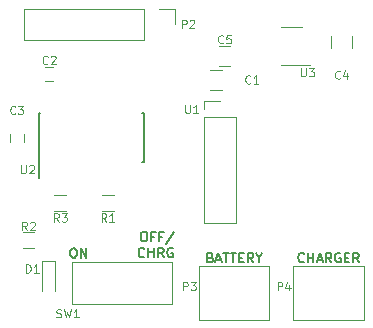
<source format=gto>
G04 #@! TF.FileFunction,Legend,Top*
%FSLAX46Y46*%
G04 Gerber Fmt 4.6, Leading zero omitted, Abs format (unit mm)*
G04 Created by KiCad (PCBNEW 4.0.4-stable) date Sunday, October 15, 2017 'PMt' 03:04:39 PM*
%MOMM*%
%LPD*%
G01*
G04 APERTURE LIST*
%ADD10C,0.100000*%
%ADD11C,0.150000*%
%ADD12C,0.120000*%
G04 APERTURE END LIST*
D10*
D11*
X63295239Y-70086905D02*
X63447620Y-70086905D01*
X63523811Y-70125000D01*
X63600001Y-70201190D01*
X63638096Y-70353571D01*
X63638096Y-70620238D01*
X63600001Y-70772619D01*
X63523811Y-70848810D01*
X63447620Y-70886905D01*
X63295239Y-70886905D01*
X63219049Y-70848810D01*
X63142858Y-70772619D01*
X63104763Y-70620238D01*
X63104763Y-70353571D01*
X63142858Y-70201190D01*
X63219049Y-70125000D01*
X63295239Y-70086905D01*
X64247620Y-70467857D02*
X63980953Y-70467857D01*
X63980953Y-70886905D02*
X63980953Y-70086905D01*
X64361906Y-70086905D01*
X64933334Y-70467857D02*
X64666667Y-70467857D01*
X64666667Y-70886905D02*
X64666667Y-70086905D01*
X65047620Y-70086905D01*
X65923810Y-70048810D02*
X65238095Y-71077381D01*
X63409524Y-72160714D02*
X63371429Y-72198810D01*
X63257143Y-72236905D01*
X63180953Y-72236905D01*
X63066667Y-72198810D01*
X62990476Y-72122619D01*
X62952381Y-72046429D01*
X62914286Y-71894048D01*
X62914286Y-71779762D01*
X62952381Y-71627381D01*
X62990476Y-71551190D01*
X63066667Y-71475000D01*
X63180953Y-71436905D01*
X63257143Y-71436905D01*
X63371429Y-71475000D01*
X63409524Y-71513095D01*
X63752381Y-72236905D02*
X63752381Y-71436905D01*
X63752381Y-71817857D02*
X64209524Y-71817857D01*
X64209524Y-72236905D02*
X64209524Y-71436905D01*
X65047619Y-72236905D02*
X64780952Y-71855952D01*
X64590476Y-72236905D02*
X64590476Y-71436905D01*
X64895238Y-71436905D01*
X64971429Y-71475000D01*
X65009524Y-71513095D01*
X65047619Y-71589286D01*
X65047619Y-71703571D01*
X65009524Y-71779762D01*
X64971429Y-71817857D01*
X64895238Y-71855952D01*
X64590476Y-71855952D01*
X65809524Y-71475000D02*
X65733333Y-71436905D01*
X65619048Y-71436905D01*
X65504762Y-71475000D01*
X65428571Y-71551190D01*
X65390476Y-71627381D01*
X65352381Y-71779762D01*
X65352381Y-71894048D01*
X65390476Y-72046429D01*
X65428571Y-72122619D01*
X65504762Y-72198810D01*
X65619048Y-72236905D01*
X65695238Y-72236905D01*
X65809524Y-72198810D01*
X65847619Y-72160714D01*
X65847619Y-71894048D01*
X65695238Y-71894048D01*
X57342857Y-71461905D02*
X57495238Y-71461905D01*
X57571429Y-71500000D01*
X57647619Y-71576190D01*
X57685714Y-71728571D01*
X57685714Y-71995238D01*
X57647619Y-72147619D01*
X57571429Y-72223810D01*
X57495238Y-72261905D01*
X57342857Y-72261905D01*
X57266667Y-72223810D01*
X57190476Y-72147619D01*
X57152381Y-71995238D01*
X57152381Y-71728571D01*
X57190476Y-71576190D01*
X57266667Y-71500000D01*
X57342857Y-71461905D01*
X58028571Y-72261905D02*
X58028571Y-71461905D01*
X58485714Y-72261905D01*
X58485714Y-71461905D01*
X69000000Y-72242857D02*
X69114286Y-72280952D01*
X69152381Y-72319048D01*
X69190476Y-72395238D01*
X69190476Y-72509524D01*
X69152381Y-72585714D01*
X69114286Y-72623810D01*
X69038095Y-72661905D01*
X68733333Y-72661905D01*
X68733333Y-71861905D01*
X69000000Y-71861905D01*
X69076190Y-71900000D01*
X69114286Y-71938095D01*
X69152381Y-72014286D01*
X69152381Y-72090476D01*
X69114286Y-72166667D01*
X69076190Y-72204762D01*
X69000000Y-72242857D01*
X68733333Y-72242857D01*
X69495238Y-72433333D02*
X69876190Y-72433333D01*
X69419047Y-72661905D02*
X69685714Y-71861905D01*
X69952381Y-72661905D01*
X70104761Y-71861905D02*
X70561904Y-71861905D01*
X70333333Y-72661905D02*
X70333333Y-71861905D01*
X70714285Y-71861905D02*
X71171428Y-71861905D01*
X70942857Y-72661905D02*
X70942857Y-71861905D01*
X71438095Y-72242857D02*
X71704762Y-72242857D01*
X71819048Y-72661905D02*
X71438095Y-72661905D01*
X71438095Y-71861905D01*
X71819048Y-71861905D01*
X72619048Y-72661905D02*
X72352381Y-72280952D01*
X72161905Y-72661905D02*
X72161905Y-71861905D01*
X72466667Y-71861905D01*
X72542858Y-71900000D01*
X72580953Y-71938095D01*
X72619048Y-72014286D01*
X72619048Y-72128571D01*
X72580953Y-72204762D01*
X72542858Y-72242857D01*
X72466667Y-72280952D01*
X72161905Y-72280952D01*
X73114286Y-72280952D02*
X73114286Y-72661905D01*
X72847619Y-71861905D02*
X73114286Y-72280952D01*
X73380953Y-71861905D01*
X76923810Y-72585714D02*
X76885715Y-72623810D01*
X76771429Y-72661905D01*
X76695239Y-72661905D01*
X76580953Y-72623810D01*
X76504762Y-72547619D01*
X76466667Y-72471429D01*
X76428572Y-72319048D01*
X76428572Y-72204762D01*
X76466667Y-72052381D01*
X76504762Y-71976190D01*
X76580953Y-71900000D01*
X76695239Y-71861905D01*
X76771429Y-71861905D01*
X76885715Y-71900000D01*
X76923810Y-71938095D01*
X77266667Y-72661905D02*
X77266667Y-71861905D01*
X77266667Y-72242857D02*
X77723810Y-72242857D01*
X77723810Y-72661905D02*
X77723810Y-71861905D01*
X78066667Y-72433333D02*
X78447619Y-72433333D01*
X77990476Y-72661905D02*
X78257143Y-71861905D01*
X78523810Y-72661905D01*
X79247619Y-72661905D02*
X78980952Y-72280952D01*
X78790476Y-72661905D02*
X78790476Y-71861905D01*
X79095238Y-71861905D01*
X79171429Y-71900000D01*
X79209524Y-71938095D01*
X79247619Y-72014286D01*
X79247619Y-72128571D01*
X79209524Y-72204762D01*
X79171429Y-72242857D01*
X79095238Y-72280952D01*
X78790476Y-72280952D01*
X80009524Y-71900000D02*
X79933333Y-71861905D01*
X79819048Y-71861905D01*
X79704762Y-71900000D01*
X79628571Y-71976190D01*
X79590476Y-72052381D01*
X79552381Y-72204762D01*
X79552381Y-72319048D01*
X79590476Y-72471429D01*
X79628571Y-72547619D01*
X79704762Y-72623810D01*
X79819048Y-72661905D01*
X79895238Y-72661905D01*
X80009524Y-72623810D01*
X80047619Y-72585714D01*
X80047619Y-72319048D01*
X79895238Y-72319048D01*
X80390476Y-72242857D02*
X80657143Y-72242857D01*
X80771429Y-72661905D02*
X80390476Y-72661905D01*
X80390476Y-71861905D01*
X80771429Y-71861905D01*
X81571429Y-72661905D02*
X81304762Y-72280952D01*
X81114286Y-72661905D02*
X81114286Y-71861905D01*
X81419048Y-71861905D01*
X81495239Y-71900000D01*
X81533334Y-71938095D01*
X81571429Y-72014286D01*
X81571429Y-72128571D01*
X81533334Y-72204762D01*
X81495239Y-72242857D01*
X81419048Y-72280952D01*
X81114286Y-72280952D01*
D12*
X76750000Y-52690000D02*
X74950000Y-52690000D01*
X74950000Y-55910000D02*
X77400000Y-55910000D01*
X63409999Y-51170000D02*
X53189999Y-51170000D01*
X53189999Y-51170000D02*
X53189999Y-53830000D01*
X53189999Y-53830000D02*
X63409999Y-53830000D01*
X63409999Y-53830000D02*
X63409999Y-51170000D01*
X64679999Y-51170000D02*
X66009999Y-51170000D01*
X66009999Y-51170000D02*
X66009999Y-52500000D01*
X55700000Y-57300000D02*
X55000000Y-57300000D01*
X55000000Y-56100000D02*
X55700000Y-56100000D01*
X60800000Y-68280000D02*
X59800000Y-68280000D01*
X59800000Y-66920000D02*
X60800000Y-66920000D01*
X55850000Y-72500000D02*
X54750000Y-72500000D01*
X54750000Y-72500000D02*
X54750000Y-75100000D01*
X55850000Y-72500000D02*
X55850000Y-75100000D01*
X69700000Y-56050000D02*
X70700000Y-56050000D01*
X70700000Y-54350000D02*
X69700000Y-54350000D01*
X70000000Y-56350000D02*
X69000000Y-56350000D01*
X69000000Y-58050000D02*
X70000000Y-58050000D01*
X52000000Y-62450000D02*
X52000000Y-61750000D01*
X53200000Y-61750000D02*
X53200000Y-62450000D01*
X79250000Y-53500000D02*
X79250000Y-54500000D01*
X80950000Y-54500000D02*
X80950000Y-53500000D01*
D10*
X57250000Y-72650000D02*
X57250000Y-76150000D01*
X65750000Y-72650000D02*
X65750000Y-76150000D01*
X57250000Y-76150000D02*
X65750000Y-76150000D01*
X57250000Y-72650000D02*
X65750000Y-72650000D01*
D11*
X54450000Y-64175000D02*
X54475000Y-64175000D01*
X54450000Y-60025000D02*
X54565000Y-60025000D01*
X63350000Y-60025000D02*
X63235000Y-60025000D01*
X63350000Y-64175000D02*
X63235000Y-64175000D01*
X54450000Y-64175000D02*
X54450000Y-60025000D01*
X63350000Y-64175000D02*
X63350000Y-60025000D01*
X54475000Y-64175000D02*
X54475000Y-65550000D01*
D12*
X68470000Y-60345000D02*
X68470000Y-69295000D01*
X68470000Y-69295000D02*
X71130000Y-69295000D01*
X71130000Y-69295000D02*
X71130000Y-60345000D01*
X71130000Y-60345000D02*
X68470000Y-60345000D01*
X68470000Y-59710000D02*
X68470000Y-59015000D01*
X68470000Y-59015000D02*
X69800000Y-59015000D01*
X54100000Y-71480000D02*
X53100000Y-71480000D01*
X53100000Y-70120000D02*
X54100000Y-70120000D01*
X56800000Y-68280000D02*
X55800000Y-68280000D01*
X55800000Y-66920000D02*
X56800000Y-66920000D01*
D10*
X68000000Y-77500000D02*
X74000000Y-77500000D01*
X74000000Y-77500000D02*
X74000000Y-73000000D01*
X74000000Y-73000000D02*
X68000000Y-73000000D01*
X68000000Y-73000000D02*
X68000000Y-77500000D01*
X76000000Y-77500000D02*
X82000000Y-77500000D01*
X82000000Y-77500000D02*
X82000000Y-73000000D01*
X82000000Y-73000000D02*
X76000000Y-73000000D01*
X76000000Y-73000000D02*
X76000000Y-77500000D01*
X76666667Y-56216667D02*
X76666667Y-56783333D01*
X76700000Y-56850000D01*
X76733333Y-56883333D01*
X76800000Y-56916667D01*
X76933333Y-56916667D01*
X77000000Y-56883333D01*
X77033333Y-56850000D01*
X77066667Y-56783333D01*
X77066667Y-56216667D01*
X77333333Y-56216667D02*
X77766666Y-56216667D01*
X77533333Y-56483333D01*
X77633333Y-56483333D01*
X77700000Y-56516667D01*
X77733333Y-56550000D01*
X77766666Y-56616667D01*
X77766666Y-56783333D01*
X77733333Y-56850000D01*
X77700000Y-56883333D01*
X77633333Y-56916667D01*
X77433333Y-56916667D01*
X77366666Y-56883333D01*
X77333333Y-56850000D01*
X66583334Y-52816667D02*
X66583334Y-52116667D01*
X66850000Y-52116667D01*
X66916667Y-52150000D01*
X66950000Y-52183333D01*
X66983334Y-52250000D01*
X66983334Y-52350000D01*
X66950000Y-52416667D01*
X66916667Y-52450000D01*
X66850000Y-52483333D01*
X66583334Y-52483333D01*
X67250000Y-52183333D02*
X67283334Y-52150000D01*
X67350000Y-52116667D01*
X67516667Y-52116667D01*
X67583334Y-52150000D01*
X67616667Y-52183333D01*
X67650000Y-52250000D01*
X67650000Y-52316667D01*
X67616667Y-52416667D01*
X67216667Y-52816667D01*
X67650000Y-52816667D01*
X55233334Y-55807000D02*
X55200000Y-55840333D01*
X55100000Y-55873667D01*
X55033334Y-55873667D01*
X54933334Y-55840333D01*
X54866667Y-55773667D01*
X54833334Y-55707000D01*
X54800000Y-55573667D01*
X54800000Y-55473667D01*
X54833334Y-55340333D01*
X54866667Y-55273667D01*
X54933334Y-55207000D01*
X55033334Y-55173667D01*
X55100000Y-55173667D01*
X55200000Y-55207000D01*
X55233334Y-55240333D01*
X55500000Y-55240333D02*
X55533334Y-55207000D01*
X55600000Y-55173667D01*
X55766667Y-55173667D01*
X55833334Y-55207000D01*
X55866667Y-55240333D01*
X55900000Y-55307000D01*
X55900000Y-55373667D01*
X55866667Y-55473667D01*
X55466667Y-55873667D01*
X55900000Y-55873667D01*
X60183334Y-69216667D02*
X59950000Y-68883333D01*
X59783334Y-69216667D02*
X59783334Y-68516667D01*
X60050000Y-68516667D01*
X60116667Y-68550000D01*
X60150000Y-68583333D01*
X60183334Y-68650000D01*
X60183334Y-68750000D01*
X60150000Y-68816667D01*
X60116667Y-68850000D01*
X60050000Y-68883333D01*
X59783334Y-68883333D01*
X60850000Y-69216667D02*
X60450000Y-69216667D01*
X60650000Y-69216667D02*
X60650000Y-68516667D01*
X60583334Y-68616667D01*
X60516667Y-68683333D01*
X60450000Y-68716667D01*
X53383334Y-73516667D02*
X53383334Y-72816667D01*
X53550000Y-72816667D01*
X53650000Y-72850000D01*
X53716667Y-72916667D01*
X53750000Y-72983333D01*
X53783334Y-73116667D01*
X53783334Y-73216667D01*
X53750000Y-73350000D01*
X53716667Y-73416667D01*
X53650000Y-73483333D01*
X53550000Y-73516667D01*
X53383334Y-73516667D01*
X54450000Y-73516667D02*
X54050000Y-73516667D01*
X54250000Y-73516667D02*
X54250000Y-72816667D01*
X54183334Y-72916667D01*
X54116667Y-72983333D01*
X54050000Y-73016667D01*
X70083334Y-54050000D02*
X70050000Y-54083333D01*
X69950000Y-54116667D01*
X69883334Y-54116667D01*
X69783334Y-54083333D01*
X69716667Y-54016667D01*
X69683334Y-53950000D01*
X69650000Y-53816667D01*
X69650000Y-53716667D01*
X69683334Y-53583333D01*
X69716667Y-53516667D01*
X69783334Y-53450000D01*
X69883334Y-53416667D01*
X69950000Y-53416667D01*
X70050000Y-53450000D01*
X70083334Y-53483333D01*
X70716667Y-53416667D02*
X70383334Y-53416667D01*
X70350000Y-53750000D01*
X70383334Y-53716667D01*
X70450000Y-53683333D01*
X70616667Y-53683333D01*
X70683334Y-53716667D01*
X70716667Y-53750000D01*
X70750000Y-53816667D01*
X70750000Y-53983333D01*
X70716667Y-54050000D01*
X70683334Y-54083333D01*
X70616667Y-54116667D01*
X70450000Y-54116667D01*
X70383334Y-54083333D01*
X70350000Y-54050000D01*
X72383334Y-57450000D02*
X72350000Y-57483333D01*
X72250000Y-57516667D01*
X72183334Y-57516667D01*
X72083334Y-57483333D01*
X72016667Y-57416667D01*
X71983334Y-57350000D01*
X71950000Y-57216667D01*
X71950000Y-57116667D01*
X71983334Y-56983333D01*
X72016667Y-56916667D01*
X72083334Y-56850000D01*
X72183334Y-56816667D01*
X72250000Y-56816667D01*
X72350000Y-56850000D01*
X72383334Y-56883333D01*
X73050000Y-57516667D02*
X72650000Y-57516667D01*
X72850000Y-57516667D02*
X72850000Y-56816667D01*
X72783334Y-56916667D01*
X72716667Y-56983333D01*
X72650000Y-57016667D01*
X52483334Y-60050000D02*
X52450000Y-60083333D01*
X52350000Y-60116667D01*
X52283334Y-60116667D01*
X52183334Y-60083333D01*
X52116667Y-60016667D01*
X52083334Y-59950000D01*
X52050000Y-59816667D01*
X52050000Y-59716667D01*
X52083334Y-59583333D01*
X52116667Y-59516667D01*
X52183334Y-59450000D01*
X52283334Y-59416667D01*
X52350000Y-59416667D01*
X52450000Y-59450000D01*
X52483334Y-59483333D01*
X52716667Y-59416667D02*
X53150000Y-59416667D01*
X52916667Y-59683333D01*
X53016667Y-59683333D01*
X53083334Y-59716667D01*
X53116667Y-59750000D01*
X53150000Y-59816667D01*
X53150000Y-59983333D01*
X53116667Y-60050000D01*
X53083334Y-60083333D01*
X53016667Y-60116667D01*
X52816667Y-60116667D01*
X52750000Y-60083333D01*
X52716667Y-60050000D01*
X79983334Y-57050000D02*
X79950000Y-57083333D01*
X79850000Y-57116667D01*
X79783334Y-57116667D01*
X79683334Y-57083333D01*
X79616667Y-57016667D01*
X79583334Y-56950000D01*
X79550000Y-56816667D01*
X79550000Y-56716667D01*
X79583334Y-56583333D01*
X79616667Y-56516667D01*
X79683334Y-56450000D01*
X79783334Y-56416667D01*
X79850000Y-56416667D01*
X79950000Y-56450000D01*
X79983334Y-56483333D01*
X80583334Y-56650000D02*
X80583334Y-57116667D01*
X80416667Y-56383333D02*
X80250000Y-56883333D01*
X80683334Y-56883333D01*
X55966666Y-77283333D02*
X56066666Y-77316667D01*
X56233333Y-77316667D01*
X56300000Y-77283333D01*
X56333333Y-77250000D01*
X56366666Y-77183333D01*
X56366666Y-77116667D01*
X56333333Y-77050000D01*
X56300000Y-77016667D01*
X56233333Y-76983333D01*
X56100000Y-76950000D01*
X56033333Y-76916667D01*
X56000000Y-76883333D01*
X55966666Y-76816667D01*
X55966666Y-76750000D01*
X56000000Y-76683333D01*
X56033333Y-76650000D01*
X56100000Y-76616667D01*
X56266666Y-76616667D01*
X56366666Y-76650000D01*
X56600000Y-76616667D02*
X56766667Y-77316667D01*
X56900000Y-76816667D01*
X57033333Y-77316667D01*
X57200000Y-76616667D01*
X57833333Y-77316667D02*
X57433333Y-77316667D01*
X57633333Y-77316667D02*
X57633333Y-76616667D01*
X57566667Y-76716667D01*
X57500000Y-76783333D01*
X57433333Y-76816667D01*
X52966667Y-64416667D02*
X52966667Y-64983333D01*
X53000000Y-65050000D01*
X53033333Y-65083333D01*
X53100000Y-65116667D01*
X53233333Y-65116667D01*
X53300000Y-65083333D01*
X53333333Y-65050000D01*
X53366667Y-64983333D01*
X53366667Y-64416667D01*
X53666666Y-64483333D02*
X53700000Y-64450000D01*
X53766666Y-64416667D01*
X53933333Y-64416667D01*
X54000000Y-64450000D01*
X54033333Y-64483333D01*
X54066666Y-64550000D01*
X54066666Y-64616667D01*
X54033333Y-64716667D01*
X53633333Y-65116667D01*
X54066666Y-65116667D01*
X66866667Y-59316667D02*
X66866667Y-59883333D01*
X66900000Y-59950000D01*
X66933333Y-59983333D01*
X67000000Y-60016667D01*
X67133333Y-60016667D01*
X67200000Y-59983333D01*
X67233333Y-59950000D01*
X67266667Y-59883333D01*
X67266667Y-59316667D01*
X67966666Y-60016667D02*
X67566666Y-60016667D01*
X67766666Y-60016667D02*
X67766666Y-59316667D01*
X67700000Y-59416667D01*
X67633333Y-59483333D01*
X67566666Y-59516667D01*
X53483334Y-69916667D02*
X53250000Y-69583333D01*
X53083334Y-69916667D02*
X53083334Y-69216667D01*
X53350000Y-69216667D01*
X53416667Y-69250000D01*
X53450000Y-69283333D01*
X53483334Y-69350000D01*
X53483334Y-69450000D01*
X53450000Y-69516667D01*
X53416667Y-69550000D01*
X53350000Y-69583333D01*
X53083334Y-69583333D01*
X53750000Y-69283333D02*
X53783334Y-69250000D01*
X53850000Y-69216667D01*
X54016667Y-69216667D01*
X54083334Y-69250000D01*
X54116667Y-69283333D01*
X54150000Y-69350000D01*
X54150000Y-69416667D01*
X54116667Y-69516667D01*
X53716667Y-69916667D01*
X54150000Y-69916667D01*
X56183334Y-69216667D02*
X55950000Y-68883333D01*
X55783334Y-69216667D02*
X55783334Y-68516667D01*
X56050000Y-68516667D01*
X56116667Y-68550000D01*
X56150000Y-68583333D01*
X56183334Y-68650000D01*
X56183334Y-68750000D01*
X56150000Y-68816667D01*
X56116667Y-68850000D01*
X56050000Y-68883333D01*
X55783334Y-68883333D01*
X56416667Y-68516667D02*
X56850000Y-68516667D01*
X56616667Y-68783333D01*
X56716667Y-68783333D01*
X56783334Y-68816667D01*
X56816667Y-68850000D01*
X56850000Y-68916667D01*
X56850000Y-69083333D01*
X56816667Y-69150000D01*
X56783334Y-69183333D01*
X56716667Y-69216667D01*
X56516667Y-69216667D01*
X56450000Y-69183333D01*
X56416667Y-69150000D01*
X66683334Y-75016667D02*
X66683334Y-74316667D01*
X66950000Y-74316667D01*
X67016667Y-74350000D01*
X67050000Y-74383333D01*
X67083334Y-74450000D01*
X67083334Y-74550000D01*
X67050000Y-74616667D01*
X67016667Y-74650000D01*
X66950000Y-74683333D01*
X66683334Y-74683333D01*
X67316667Y-74316667D02*
X67750000Y-74316667D01*
X67516667Y-74583333D01*
X67616667Y-74583333D01*
X67683334Y-74616667D01*
X67716667Y-74650000D01*
X67750000Y-74716667D01*
X67750000Y-74883333D01*
X67716667Y-74950000D01*
X67683334Y-74983333D01*
X67616667Y-75016667D01*
X67416667Y-75016667D01*
X67350000Y-74983333D01*
X67316667Y-74950000D01*
X74683334Y-75016667D02*
X74683334Y-74316667D01*
X74950000Y-74316667D01*
X75016667Y-74350000D01*
X75050000Y-74383333D01*
X75083334Y-74450000D01*
X75083334Y-74550000D01*
X75050000Y-74616667D01*
X75016667Y-74650000D01*
X74950000Y-74683333D01*
X74683334Y-74683333D01*
X75683334Y-74550000D02*
X75683334Y-75016667D01*
X75516667Y-74283333D02*
X75350000Y-74783333D01*
X75783334Y-74783333D01*
M02*

</source>
